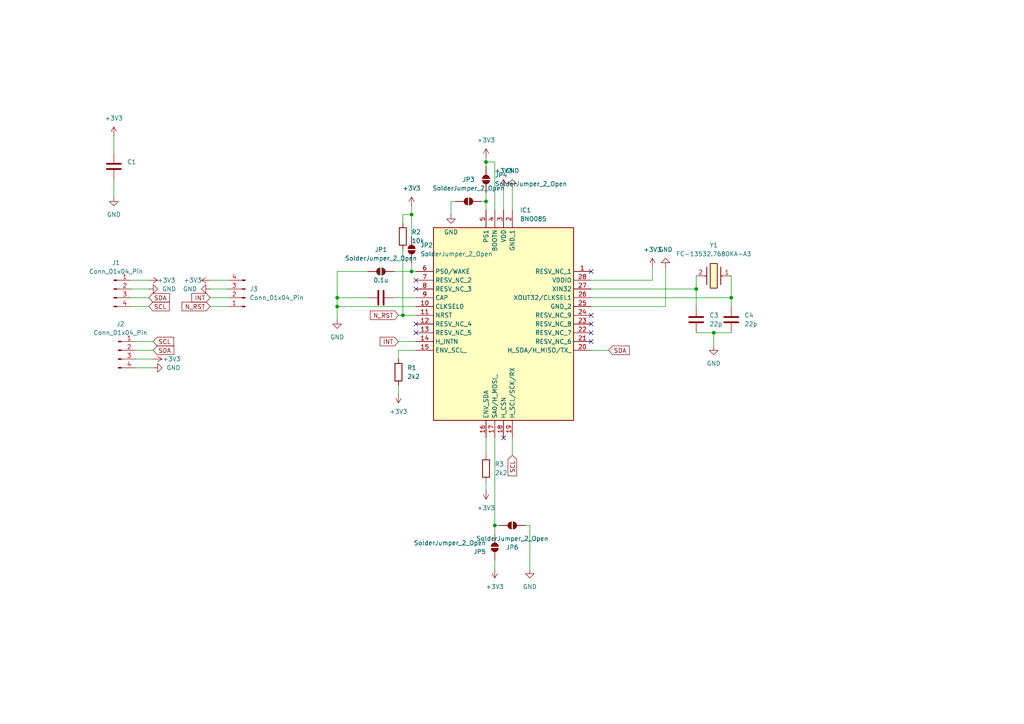
<source format=kicad_sch>
(kicad_sch (version 20231120) (generator "eeschema") (generator_version "8.0")
  (paper "A4")
  (lib_symbols
    (symbol "Connector:Conn_01x04_Pin" (pin_names (offset 1.016) hide)
      (property "Reference" "J" (at 0 5.08 0))
      (property "Value" "Conn_01x04_Pin" (at 0 -7.62 0))
      (symbol "Conn_01x04_Pin_1_1"
        (polyline (pts (xy 1.27 -5.08) (xy 0.8636 -5.08)) (stroke (width 0.1524)))
        (polyline (pts (xy 1.27 -2.54) (xy 0.8636 -2.54)) (stroke (width 0.1524)))
        (polyline (pts (xy 1.27 0) (xy 0.8636 0)) (stroke (width 0.1524)))
        (polyline (pts (xy 1.27 2.54) (xy 0.8636 2.54)) (stroke (width 0.1524)))
        (rectangle (start 0.8636 -4.953) (end 0 -5.207) (stroke (width 0.1524)) (fill (type outline)))
        (rectangle (start 0.8636 -2.413) (end 0 -2.667) (stroke (width 0.1524)) (fill (type outline)))
        (rectangle (start 0.8636 0.127) (end 0 -0.127) (stroke (width 0.1524)) (fill (type outline)))
        (rectangle (start 0.8636 2.667) (end 0 2.413) (stroke (width 0.1524)) (fill (type outline)))
        (pin passive line (at 5.08 2.54 180) (length 3.81) (name "Pin_1") (number "1"))
        (pin passive line (at 5.08 0 180) (length 3.81) (name "Pin_2") (number "2"))
        (pin passive line (at 5.08 -2.54 180) (length 3.81) (name "Pin_3") (number "3"))
        (pin passive line (at 5.08 -5.08 180) (length 3.81) (name "Pin_4") (number "4"))
      )
    )
    (symbol "Device:C" (pin_numbers hide) (pin_names (offset 0.254))
      (property "Reference" "C" (at 0.635 2.54 0))
      (property "Value" "C" (at 0.635 -2.54 0))
      (symbol "C_0_1"
        (polyline (pts (xy -2.032 -0.762) (xy 2.032 -0.762)) (stroke (width 0.508)))
        (polyline (pts (xy -2.032 0.762) (xy 2.032 0.762)) (stroke (width 0.508)))
      )
      (symbol "C_1_1"
        (pin passive line (at 0 3.81 270) (length 2.794) (name "~") (number "1"))
        (pin passive line (at 0 -3.81 90) (length 2.794) (name "~") (number "2"))
      )
    )
    (symbol "Device:R" (pin_numbers hide) (pin_names (offset 0))
      (property "Reference" "R" (at 2.032 0 90))
      (property "Value" "R" (at 0 0 90))
      (symbol "R_0_1"
        (rectangle (start -1.016 -2.54) (end 1.016 2.54) (stroke (width 0.254)))
      )
      (symbol "R_1_1"
        (pin passive line (at 0 3.81 270) (length 1.27) (name "~") (number "1"))
        (pin passive line (at 0 -3.81 90) (length 1.27) (name "~") (number "2"))
      )
    )
    (symbol "Jumper:SolderJumper_2_Open" (pin_numbers hide) (pin_names (offset 0) hide) (exclude_from_sim yes) (in_bom no)
      (property "Reference" "JP" (at 0 2.032 0))
      (property "Value" "SolderJumper_2_Open" (at 0 -2.54 0))
      (symbol "SolderJumper_2_Open_0_1"
        (arc (start -0.254 1.016) (mid -1.2656 0) (end -0.254 -1.016))
        (arc (start -0.254 1.016) (mid -1.2656 0) (end -0.254 -1.016) (fill (type outline)))
        (polyline (pts (xy -0.254 1.016) (xy -0.254 -1.016)))
        (polyline (pts (xy 0.254 1.016) (xy 0.254 -1.016)))
        (arc (start 0.254 -1.016) (mid 1.2656 0) (end 0.254 1.016))
        (arc (start 0.254 -1.016) (mid 1.2656 0) (end 0.254 1.016) (fill (type outline)))
      )
      (symbol "SolderJumper_2_Open_1_1"
        (pin passive line (at -3.81 0 0) (length 2.54) (name "A") (number "1"))
        (pin passive line (at 3.81 0 180) (length 2.54) (name "B") (number "2"))
      )
    )
    (symbol "SamacSys_Parts:BNO085"
      (property "Reference" "IC" (at 46.99 17.78 0))
      (property "Value" "BNO085" (at 46.99 15.24 0))
      (symbol "BNO085_1_1"
        (rectangle (start 5.08 12.7) (end 45.72 -43.18) (stroke (width 0.254)) (fill (type background)))
        (pin passive line (at 50.8 0 180) (length 5.08) (name "RESV_NC_1") (number "1"))
        (pin passive line (at 0 -10.16 0) (length 5.08) (name "CLKSEL0") (number "10"))
        (pin passive line (at 0 -12.7 0) (length 5.08) (name "NRST") (number "11"))
        (pin passive line (at 0 -15.24 0) (length 5.08) (name "RESV_NC_4") (number "12"))
        (pin passive line (at 0 -17.78 0) (length 5.08) (name "RESV_NC_5") (number "13"))
        (pin passive line (at 0 -20.32 0) (length 5.08) (name "H_INTN") (number "14"))
        (pin passive line (at 0 -22.86 0) (length 5.08) (name "ENV_SCL_") (number "15"))
        (pin passive line (at 20.32 -48.26 90) (length 5.08) (name "ENV_SDA") (number "16"))
        (pin passive line (at 22.86 -48.26 90) (length 5.08) (name "SA0/H_MOSI_") (number "17"))
        (pin passive line (at 25.4 -48.26 90) (length 5.08) (name "H_CSN") (number "18"))
        (pin passive line (at 27.94 -48.26 90) (length 5.08) (name "H_SCL/SCK/RX") (number "19"))
        (pin passive line (at 27.94 17.78 270) (length 5.08) (name "GND_1") (number "2"))
        (pin passive line (at 50.8 -22.86 180) (length 5.08) (name "H_SDA/H_MISO/TX_") (number "20"))
        (pin passive line (at 50.8 -20.32 180) (length 5.08) (name "RESV_NC_6") (number "21"))
        (pin passive line (at 50.8 -17.78 180) (length 5.08) (name "RESV_NC_7") (number "22"))
        (pin passive line (at 50.8 -15.24 180) (length 5.08) (name "RESV_NC_8") (number "23"))
        (pin passive line (at 50.8 -12.7 180) (length 5.08) (name "RESV_NC_9") (number "24"))
        (pin passive line (at 50.8 -10.16 180) (length 5.08) (name "GND_2") (number "25"))
        (pin passive line (at 50.8 -7.62 180) (length 5.08) (name "XOUT32/CLKSEL1") (number "26"))
        (pin passive line (at 50.8 -5.08 180) (length 5.08) (name "XIN32") (number "27"))
        (pin passive line (at 50.8 -2.54 180) (length 5.08) (name "VDDIO") (number "28"))
        (pin passive line (at 25.4 17.78 270) (length 5.08) (name "VDD") (number "3"))
        (pin passive line (at 22.86 17.78 270) (length 5.08) (name "BOOTN") (number "4"))
        (pin passive line (at 20.32 17.78 270) (length 5.08) (name "PS1") (number "5"))
        (pin passive line (at 0 0 0) (length 5.08) (name "PS0/WAKE") (number "6"))
        (pin passive line (at 0 -2.54 0) (length 5.08) (name "RESV_NC_2") (number "7"))
        (pin passive line (at 0 -5.08 0) (length 5.08) (name "RESV_NC_3") (number "8"))
        (pin passive line (at 0 -7.62 0) (length 5.08) (name "CAP") (number "9"))
      )
    )
    (symbol "SamacSys_Parts:FC-13532.7680KA-A3" (pin_names hide)
      (property "Reference" "Y1" (at 5.08 8.89 0))
      (property "Value" "FC-13532.7680KA-A3" (at 5.08 6.35 0))
      (symbol "FC-13532.7680KA-A3_1_1"
        (polyline (pts (xy 3.048 0) (xy 2.54 0)) (stroke (width 0.254)))
        (polyline (pts (xy 3.048 2.54) (xy 3.048 -2.54)) (stroke (width 0.254)))
        (polyline (pts (xy 7.112 0) (xy 7.62 0)) (stroke (width 0.254)))
        (polyline (pts (xy 7.112 2.54) (xy 7.112 -2.54)) (stroke (width 0.254)))
        (rectangle (start 4.064 3.556) (end 6.096 -3.556) (stroke (width 0.254)) (fill (type background)))
        (pin passive line (at 10.16 0 180) (length 2.54) (name "") (number "1"))
        (pin passive line (at 0 0 0) (length 2.54) (name "CRYSTAL_2") (number "2"))
      )
    )
    (symbol "power:+3V3" (power) (pin_numbers hide) (pin_names (offset 0) hide)
      (property "Value" "+3V3" (at 0 3.556 0))
      (symbol "+3V3_0_1"
        (polyline (pts (xy -0.762 1.27) (xy 0 2.54)))
        (polyline (pts (xy 0 0) (xy 0 2.54)))
        (polyline (pts (xy 0 2.54) (xy 0.762 1.27)))
      )
      (symbol "+3V3_1_1"
        (pin power_in line (at 0 0 90) (length 0) (name "~") (number "1"))
      )
    )
    (symbol "power:GND" (power) (pin_numbers hide) (pin_names (offset 0) hide)
      (property "Value" "GND" (at 0 -3.81 0))
      (symbol "GND_0_1"
        (polyline (pts (xy 0 0) (xy 0 -1.27) (xy 1.27 -1.27) (xy 0 -2.54) (xy -1.27 -1.27) (xy 0 -1.27)))
      )
      (symbol "GND_1_1"
        (pin power_in line (at 0 0 270) (length 0) (name "~") (number "1"))
      )
    )
  )
  (junction (at 97.79 86.36))
  (junction (at 140.97 58.42))
  (junction (at 97.79 88.9))
  (junction (at 212.09 86.36))
  (junction (at 140.97 46.99))
  (junction (at 116.84 91.44))
  (junction (at 119.38 62.23))
  (junction (at 201.93 83.82))
  (junction (at 143.51 152.4))
  (junction (at 207.01 96.52))
  (junction (at 119.38 78.74))
  (no_connect (at 171.45 91.44))
  (no_connect (at 120.65 83.82))
  (no_connect (at 120.65 81.28))
  (no_connect (at 171.45 96.52))
  (no_connect (at 120.65 93.98))
  (no_connect (at 171.45 78.74))
  (no_connect (at 120.65 96.52))
  (no_connect (at 171.45 99.06))
  (no_connect (at 146.05 127))
  (no_connect (at 171.45 93.98))
  (wire (pts (xy 115.57 99.06) (xy 120.65 99.06)))
  (wire (pts (xy 44.45 106.68) (xy 39.37 106.68)))
  (wire (pts (xy 119.38 76.2) (xy 119.38 78.74)))
  (wire (pts (xy 115.57 91.44) (xy 116.84 91.44)))
  (wire (pts (xy 148.59 54.61) (xy 148.59 60.96)))
  (wire (pts (xy 116.84 62.23) (xy 119.38 62.23)))
  (wire (pts (xy 115.57 114.3) (xy 115.57 111.76)))
  (wire (pts (xy 189.23 81.28) (xy 189.23 77.47)))
  (wire (pts (xy 143.51 46.99) (xy 140.97 46.99)))
  (wire (pts (xy 60.96 88.9) (xy 66.04 88.9)))
  (wire (pts (xy 33.02 52.07) (xy 33.02 57.15)))
  (wire (pts (xy 143.51 154.94) (xy 143.51 152.4)))
  (wire (pts (xy 143.51 127) (xy 143.51 152.4)))
  (wire (pts (xy 207.01 96.52) (xy 212.09 96.52)))
  (wire (pts (xy 140.97 45.72) (xy 140.97 46.99)))
  (wire (pts (xy 171.45 81.28) (xy 189.23 81.28)))
  (wire (pts (xy 193.04 88.9) (xy 193.04 77.47)))
  (wire (pts (xy 201.93 80.01) (xy 201.93 83.82)))
  (wire (pts (xy 140.97 58.42) (xy 140.97 60.96)))
  (wire (pts (xy 171.45 101.6) (xy 176.53 101.6)))
  (wire (pts (xy 60.96 83.82) (xy 66.04 83.82)))
  (wire (pts (xy 97.79 78.74) (xy 97.79 86.36)))
  (wire (pts (xy 212.09 86.36) (xy 212.09 80.01)))
  (wire (pts (xy 201.93 83.82) (xy 171.45 83.82)))
  (wire (pts (xy 153.67 152.4) (xy 153.67 165.1)))
  (wire (pts (xy 115.57 101.6) (xy 120.65 101.6)))
  (wire (pts (xy 144.78 152.4) (xy 143.51 152.4)))
  (wire (pts (xy 38.1 83.82) (xy 43.18 83.82)))
  (wire (pts (xy 114.3 86.36) (xy 120.65 86.36)))
  (wire (pts (xy 43.18 81.28) (xy 38.1 81.28)))
  (wire (pts (xy 39.37 99.06) (xy 44.45 99.06)))
  (wire (pts (xy 171.45 88.9) (xy 193.04 88.9)))
  (wire (pts (xy 140.97 142.24) (xy 140.97 139.7)))
  (wire (pts (xy 140.97 127) (xy 140.97 132.08)))
  (wire (pts (xy 38.1 88.9) (xy 43.18 88.9)))
  (wire (pts (xy 212.09 86.36) (xy 212.09 88.9)))
  (wire (pts (xy 143.51 162.56) (xy 143.51 165.1)))
  (wire (pts (xy 130.81 58.42) (xy 130.81 62.23)))
  (wire (pts (xy 171.45 86.36) (xy 212.09 86.36)))
  (wire (pts (xy 140.97 46.99) (xy 140.97 48.26)))
  (wire (pts (xy 115.57 104.14) (xy 115.57 101.6)))
  (wire (pts (xy 201.93 83.82) (xy 201.93 88.9)))
  (wire (pts (xy 116.84 64.77) (xy 116.84 62.23)))
  (wire (pts (xy 106.68 78.74) (xy 97.79 78.74)))
  (wire (pts (xy 38.1 86.36) (xy 43.18 86.36)))
  (wire (pts (xy 97.79 88.9) (xy 97.79 92.71)))
  (wire (pts (xy 143.51 60.96) (xy 143.51 46.99)))
  (wire (pts (xy 60.96 86.36) (xy 66.04 86.36)))
  (wire (pts (xy 97.79 88.9) (xy 120.65 88.9)))
  (wire (pts (xy 66.04 81.28) (xy 60.96 81.28)))
  (wire (pts (xy 146.05 54.61) (xy 146.05 60.96)))
  (wire (pts (xy 116.84 72.39) (xy 116.84 91.44)))
  (wire (pts (xy 130.81 58.42) (xy 132.08 58.42)))
  (wire (pts (xy 33.02 39.37) (xy 33.02 44.45)))
  (wire (pts (xy 39.37 104.14) (xy 44.45 104.14)))
  (wire (pts (xy 207.01 96.52) (xy 207.01 100.33)))
  (wire (pts (xy 119.38 62.23) (xy 119.38 68.58)))
  (wire (pts (xy 39.37 101.6) (xy 44.45 101.6)))
  (wire (pts (xy 140.97 55.88) (xy 140.97 58.42)))
  (wire (pts (xy 97.79 86.36) (xy 97.79 88.9)))
  (wire (pts (xy 153.67 152.4) (xy 152.4 152.4)))
  (wire (pts (xy 119.38 78.74) (xy 120.65 78.74)))
  (wire (pts (xy 114.3 78.74) (xy 119.38 78.74)))
  (wire (pts (xy 148.59 127) (xy 148.59 132.08)))
  (wire (pts (xy 201.93 96.52) (xy 207.01 96.52)))
  (wire (pts (xy 106.68 86.36) (xy 97.79 86.36)))
  (wire (pts (xy 139.7 58.42) (xy 140.97 58.42)))
  (wire (pts (xy 119.38 59.69) (xy 119.38 62.23)))
  (wire (pts (xy 116.84 91.44) (xy 120.65 91.44)))
  (global_label "INT" (shape input) (at 115.57 99.06 180) (property "Intersheetrefs" "${INTERSHEET_REFS}" (effects (hide yes))))
  (global_label "INT" (shape input) (at 60.96 86.36 180) (property "Intersheetrefs" "${INTERSHEET_REFS}" (effects (hide yes))))
  (global_label "SCL" (shape input) (at 43.18 88.9 0) (property "Intersheetrefs" "${INTERSHEET_REFS}" (effects (hide yes))))
  (global_label "SDA" (shape input) (at 44.45 101.6 0) (property "Intersheetrefs" "${INTERSHEET_REFS}" (effects (hide yes))))
  (global_label "SDA" (shape input) (at 43.18 86.36 0) (property "Intersheetrefs" "${INTERSHEET_REFS}" (effects (hide yes))))
  (global_label "SDA" (shape input) (at 176.53 101.6 0) (property "Intersheetrefs" "${INTERSHEET_REFS}" (effects (hide yes))))
  (global_label "SCL" (shape input) (at 44.45 99.06 0) (property "Intersheetrefs" "${INTERSHEET_REFS}" (effects (hide yes))))
  (global_label "N_RST" (shape input) (at 60.96 88.9 180) (property "Intersheetrefs" "${INTERSHEET_REFS}" (effects (hide yes))))
  (global_label "SCL" (shape input) (at 148.59 132.08 270) (property "Intersheetrefs" "${INTERSHEET_REFS}" (effects (hide yes))))
  (global_label "N_RST" (shape input) (at 115.57 91.44 180) (property "Intersheetrefs" "${INTERSHEET_REFS}" (effects (hide yes))))
  (symbol (lib_id "power:+3V3") (at 140.97 142.24 0) (mirror x) (unit 1)
    (property "Reference" "#PWR014" (effects (hide yes)))
    (property "Value" "+3V3" (at 140.97 147.32 0))
    (property "Description" "Power symbol creates a global label with name \"+3V3\"" (effects (hide yes)))
  )
  (symbol (lib_id "power:GND") (at 130.81 62.23 0) (unit 1)
    (property "Reference" "#PWR012" (effects (hide yes)))
    (property "Value" "GND" (at 130.81 67.31 0))
    (property "Description" "Power symbol creates a global label with name \"GND\" , ground" (effects (hide yes)))
  )
  (symbol (lib_id "SamacSys_Parts:FC-13532.7680KA-A3") (at 201.93 80.01 0) (unit 1)
    (property "Reference" "Y1" (at 207.01 71.12 0))
    (property "Value" "FC-13532.7680KA-A3" (at 207.01 73.66 0))
    (property "Footprint" "FC135327680KAA3" (effects (hide yes)))
    (property "Datasheet" "https://support.epson.biz/td/api/doc_check.php?dl=brief_FC-135R&lang=en" (effects (hide yes)))
    (property "Description" "32.768 kHz +/-20ppm Crystal 12.5pF 70 kOhms 2-SMD, No Lead" (effects (hide yes)))
    (property "Height" "0.9" (effects (hide yes)))
    (property "Manufacturer_Name" "Epson Timing" (effects (hide yes)))
    (property "Manufacturer_Part_Number" "FC-13532.7680KA-A3" (effects (hide yes)))
  )
  (symbol (lib_id "power:+3V3") (at 33.02 39.37 0) (unit 1)
    (property "Reference" "#PWR01" (effects (hide yes)))
    (property "Value" "+3V3" (at 33.02 34.29 0))
    (property "Description" "Power symbol creates a global label with name \"+3V3\"" (effects (hide yes)))
  )
  (symbol (lib_id "Connector:Conn_01x04_Pin") (at 71.12 86.36 180) (unit 1)
    (property "Reference" "J3" (at 72.39 83.8199 0) (effects (justify right)))
    (property "Value" "Conn_01x04_Pin" (at 72.39 86.3599 0) (effects (justify right)))
    (property "Footprint" "Connector_PinHeader_2.54mm:PinHeader_1x04_P2.54mm_Vertical" (effects (hide yes)))
    (property "Description" "Generic connector, single row, 01x04, script generated" (effects (hide yes)))
  )
  (symbol (lib_id "Device:C") (at 201.93 92.71 0) (unit 1)
    (property "Reference" "C3" (at 205.74 91.4399 0) (effects (justify left)))
    (property "Value" "22p" (at 205.74 93.9799 0) (effects (justify left)))
    (property "Footprint" "Capacitor_SMD:C_0603_1608Metric" (effects (hide yes)))
    (property "Description" "Unpolarized capacitor" (effects (hide yes)))
  )
  (symbol (lib_id "Device:R") (at 115.57 107.95 0) (unit 1)
    (property "Reference" "R1" (at 118.11 106.6799 0) (effects (justify left)))
    (property "Value" "2k2" (at 118.11 109.2199 0) (effects (justify left)))
    (property "Footprint" "Resistor_SMD:R_0603_1608Metric" (effects (hide yes)))
    (property "Description" "Resistor" (effects (hide yes)))
  )
  (symbol (lib_id "Jumper:SolderJumper_2_Open") (at 140.97 52.07 90) (unit 1) (exclude_from_sim yes) (in_bom no)
    (property "Reference" "JP4" (at 143.51 50.7999 90) (effects (justify right)))
    (property "Value" "SolderJumper_2_Open" (at 143.51 53.3399 90) (effects (justify right)))
    (property "Footprint" "Resistor_SMD:R_0201_0603Metric" (effects (hide yes)))
    (property "Description" "Solder Jumper, 2-pole, open" (effects (hide yes)))
  )
  (symbol (lib_id "power:+3V3") (at 115.57 114.3 0) (mirror x) (unit 1)
    (property "Reference" "#PWR010" (effects (hide yes)))
    (property "Value" "+3V3" (at 115.57 119.38 0))
    (property "Description" "Power symbol creates a global label with name \"+3V3\"" (effects (hide yes)))
  )
  (symbol (lib_id "power:GND") (at 60.96 83.82 270) (unit 1)
    (property "Reference" "#PWR08" (effects (hide yes)))
    (property "Value" "GND" (at 57.15 83.8199 90) (effects (justify right)))
    (property "Description" "Power symbol creates a global label with name \"GND\" , ground" (effects (hide yes)))
  )
  (symbol (lib_id "power:+3V3") (at 119.38 59.69 0) (mirror y) (unit 1)
    (property "Reference" "#PWR011" (effects (hide yes)))
    (property "Value" "+3V3" (at 119.38 54.61 0))
    (property "Description" "Power symbol creates a global label with name \"+3V3\"" (effects (hide yes)))
  )
  (symbol (lib_id "power:+3V3") (at 143.51 165.1 0) (mirror x) (unit 1)
    (property "Reference" "#PWR015" (effects (hide yes)))
    (property "Value" "+3V3" (at 143.51 170.18 0))
    (property "Description" "Power symbol creates a global label with name \"+3V3\"" (effects (hide yes)))
  )
  (symbol (lib_id "power:GND") (at 44.45 106.68 90) (unit 1)
    (property "Reference" "#PWR05" (effects (hide yes)))
    (property "Value" "GND" (at 48.26 106.6799 90) (effects (justify right)))
    (property "Description" "Power symbol creates a global label with name \"GND\" , ground" (effects (hide yes)))
  )
  (symbol (lib_id "power:GND") (at 148.59 54.61 180) (unit 1)
    (property "Reference" "#PWR017" (effects (hide yes)))
    (property "Value" "GND" (at 148.59 49.53 0))
    (property "Description" "Power symbol creates a global label with name \"GND\" , ground" (effects (hide yes)))
  )
  (symbol (lib_id "Device:R") (at 140.97 135.89 0) (unit 1)
    (property "Reference" "R3" (at 143.51 134.6199 0) (effects (justify left)))
    (property "Value" "2k2" (at 143.51 137.1599 0) (effects (justify left)))
    (property "Footprint" "Resistor_SMD:R_0603_1608Metric" (effects (hide yes)))
    (property "Description" "Resistor" (effects (hide yes)))
  )
  (symbol (lib_id "Jumper:SolderJumper_2_Open") (at 148.59 152.4 180) (unit 1) (exclude_from_sim yes) (in_bom no)
    (property "Reference" "JP6" (at 148.59 158.75 0))
    (property "Value" "SolderJumper_2_Open" (at 148.59 156.21 0))
    (property "Footprint" "Resistor_SMD:R_0201_0603Metric" (effects (hide yes)))
    (property "Description" "Solder Jumper, 2-pole, open" (effects (hide yes)))
  )
  (symbol (lib_id "SamacSys_Parts:BNO085") (at 120.65 78.74 0) (unit 1)
    (property "Reference" "IC1" (at 150.7841 60.96 0) (effects (justify left)))
    (property "Value" "BNO085" (at 150.7841 63.5 0) (effects (justify left)))
    (property "Footprint" "BNO085" (effects (hide yes)))
    (property "Datasheet" "https://www.ceva-dsp.com/wp-content/uploads/2019/10/BNO080_085-Datasheet.pdf" (effects (hide yes)))
    (property "Description" "Board Mount Motion & Position Sensors 9-axis IMU" (effects (hide yes)))
    (property "Height" "1.18" (effects (hide yes)))
    (property "Manufacturer_Name" "CEVA" (effects (hide yes)))
    (property "Manufacturer_Part_Number" "BNO085" (effects (hide yes)))
    (property "Mouser Part Number" "526-BNO085" (effects (hide yes)))
    (property "Mouser Price/Stock" "https://www.mouser.co.uk/ProductDetail/CEVA/BNO085?qs=ulEaXIWI0c9BFVeZDQCmmQ%3D%3D" (effects (hide yes)))
  )
  (symbol (lib_id "power:+3V3") (at 140.97 45.72 0) (mirror y) (unit 1)
    (property "Reference" "#PWR013" (effects (hide yes)))
    (property "Value" "+3V3" (at 140.97 40.64 0))
    (property "Description" "Power symbol creates a global label with name \"+3V3\"" (effects (hide yes)))
  )
  (symbol (lib_id "Jumper:SolderJumper_2_Open") (at 119.38 72.39 90) (unit 1) (exclude_from_sim yes) (in_bom no)
    (property "Reference" "JP2" (at 121.92 71.1199 90) (effects (justify right)))
    (property "Value" "SolderJumper_2_Open" (at 121.92 73.6599 90) (effects (justify right)))
    (property "Footprint" "Resistor_SMD:R_0201_0603Metric" (effects (hide yes)))
    (property "Description" "Solder Jumper, 2-pole, open" (effects (hide yes)))
  )
  (symbol (lib_id "power:+3V3") (at 146.05 54.61 0) (unit 1)
    (property "Reference" "#PWR016" (effects (hide yes)))
    (property "Value" "+3V3" (at 146.05 49.53 0))
    (property "Description" "Power symbol creates a global label with name \"+3V3\"" (effects (hide yes)))
  )
  (symbol (lib_id "power:GND") (at 153.67 165.1 0) (unit 1)
    (property "Reference" "#PWR018" (effects (hide yes)))
    (property "Value" "GND" (at 153.67 170.18 0))
    (property "Description" "Power symbol creates a global label with name \"GND\" , ground" (effects (hide yes)))
  )
  (symbol (lib_id "Connector:Conn_01x04_Pin") (at 33.02 83.82 0) (unit 1)
    (property "Reference" "J1" (at 33.655 76.2 0))
    (property "Value" "Conn_01x04_Pin" (at 33.655 78.74 0))
    (property "Footprint" "Connector_PinHeader_2.54mm:PinHeader_1x04_P2.54mm_Vertical" (effects (hide yes)))
    (property "Description" "Generic connector, single row, 01x04, script generated" (effects (hide yes)))
  )
  (symbol (lib_id "power:GND") (at 207.01 100.33 0) (unit 1)
    (property "Reference" "#PWR021" (effects (hide yes)))
    (property "Value" "GND" (at 207.01 105.41 0))
    (property "Description" "Power symbol creates a global label with name \"GND\" , ground" (effects (hide yes)))
  )
  (symbol (lib_id "Connector:Conn_01x04_Pin") (at 34.29 101.6 0) (unit 1)
    (property "Reference" "J2" (at 34.925 93.98 0))
    (property "Value" "Conn_01x04_Pin" (at 34.925 96.52 0))
    (property "Footprint" "Connector_JST:JST_SH_BM04B-SRSS-TB_1x04-1MP_P1.00mm_Vertical" (effects (hide yes)))
    (property "Description" "Generic connector, single row, 01x04, script generated" (effects (hide yes)))
  )
  (symbol (lib_id "power:+3V3") (at 44.45 104.14 270) (mirror x) (unit 1)
    (property "Reference" "#PWR06" (effects (hide yes)))
    (property "Value" "+3V3" (at 49.784 104.14 90))
    (property "Description" "Power symbol creates a global label with name \"+3V3\"" (effects (hide yes)))
  )
  (symbol (lib_id "Device:C") (at 212.09 92.71 0) (unit 1)
    (property "Reference" "C4" (at 215.9 91.4399 0) (effects (justify left)))
    (property "Value" "22p" (at 215.9 93.9799 0) (effects (justify left)))
    (property "Footprint" "Capacitor_SMD:C_0603_1608Metric" (effects (hide yes)))
    (property "Description" "Unpolarized capacitor" (effects (hide yes)))
  )
  (symbol (lib_id "Device:C") (at 110.49 86.36 90) (unit 1)
    (property "Reference" "C2" (at 110.49 78.74 90))
    (property "Value" "0.1u" (at 110.49 81.28 90))
    (property "Footprint" "Capacitor_SMD:C_0603_1608Metric" (effects (hide yes)))
    (property "Description" "Unpolarized capacitor" (effects (hide yes)))
  )
  (symbol (lib_id "power:+3V3") (at 43.18 81.28 270) (mirror x) (unit 1)
    (property "Reference" "#PWR03" (effects (hide yes)))
    (property "Value" "+3V3" (at 48.26 81.28 90))
    (property "Description" "Power symbol creates a global label with name \"+3V3\"" (effects (hide yes)))
  )
  (symbol (lib_id "power:+3V3") (at 189.23 77.47 0) (unit 1)
    (property "Reference" "#PWR019" (effects (hide yes)))
    (property "Value" "+3V3" (at 189.23 72.39 0))
    (property "Description" "Power symbol creates a global label with name \"+3V3\"" (effects (hide yes)))
  )
  (symbol (lib_id "power:GND") (at 33.02 57.15 0) (unit 1)
    (property "Reference" "#PWR02" (effects (hide yes)))
    (property "Value" "GND" (at 33.02 62.23 0))
    (property "Description" "Power symbol creates a global label with name \"GND\" , ground" (effects (hide yes)))
  )
  (symbol (lib_id "power:GND") (at 193.04 77.47 180) (unit 1)
    (property "Reference" "#PWR020" (effects (hide yes)))
    (property "Value" "GND" (at 193.04 72.39 0))
    (property "Description" "Power symbol creates a global label with name \"GND\" , ground" (effects (hide yes)))
  )
  (symbol (lib_id "Jumper:SolderJumper_2_Open") (at 110.49 78.74 0) (unit 1) (exclude_from_sim yes) (in_bom no)
    (property "Reference" "JP1" (at 110.49 72.39 0))
    (property "Value" "SolderJumper_2_Open" (at 110.49 74.93 0))
    (property "Footprint" "Resistor_SMD:R_0201_0603Metric" (effects (hide yes)))
    (property "Description" "Solder Jumper, 2-pole, open" (effects (hide yes)))
  )
  (symbol (lib_id "Jumper:SolderJumper_2_Open") (at 135.89 58.42 0) (unit 1) (exclude_from_sim yes) (in_bom no)
    (property "Reference" "JP3" (at 135.89 52.07 0))
    (property "Value" "SolderJumper_2_Open" (at 135.89 54.61 0))
    (property "Footprint" "Resistor_SMD:R_0201_0603Metric" (effects (hide yes)))
    (property "Description" "Solder Jumper, 2-pole, open" (effects (hide yes)))
  )
  (symbol (lib_id "Device:R") (at 116.84 68.58 0) (unit 1)
    (property "Reference" "R2" (at 119.38 67.3099 0) (effects (justify left)))
    (property "Value" "10k" (at 119.38 69.8499 0) (effects (justify left)))
    (property "Footprint" "Resistor_SMD:R_0603_1608Metric" (effects (hide yes)))
    (property "Description" "Resistor" (effects (hide yes)))
  )
  (symbol (lib_id "Device:C") (at 33.02 48.26 0) (unit 1)
    (property "Reference" "C1" (at 36.83 46.9899 0) (effects (justify left)))
    (property "Value" "0.1u" (effects (hide yes)))
    (property "Footprint" "Capacitor_SMD:C_0603_1608Metric" (effects (hide yes)))
    (property "Description" "Unpolarized capacitor" (effects (hide yes)))
  )
  (symbol (lib_id "power:GND") (at 43.18 83.82 90) (unit 1)
    (property "Reference" "#PWR04" (effects (hide yes)))
    (property "Value" "GND" (at 46.99 83.8199 90) (effects (justify right)))
    (property "Description" "Power symbol creates a global label with name \"GND\" , ground" (effects (hide yes)))
  )
  (symbol (lib_id "power:+3V3") (at 60.96 81.28 90) (mirror x) (unit 1)
    (property "Reference" "#PWR07" (effects (hide yes)))
    (property "Value" "+3V3" (at 55.88 81.28 90))
    (property "Description" "Power symbol creates a global label with name \"+3V3\"" (effects (hide yes)))
  )
  (symbol (lib_id "Jumper:SolderJumper_2_Open") (at 143.51 158.75 270) (unit 1) (exclude_from_sim yes) (in_bom no)
    (property "Reference" "JP5" (at 140.97 160.0201 90) (effects (justify right)))
    (property "Value" "SolderJumper_2_Open" (at 140.97 157.4801 90) (effects (justify right)))
    (property "Footprint" "Resistor_SMD:R_0201_0603Metric" (effects (hide yes)))
    (property "Description" "Solder Jumper, 2-pole, open" (effects (hide yes)))
  )
  (symbol (lib_id "power:GND") (at 97.79 92.71 0) (unit 1)
    (property "Reference" "#PWR09" (effects (hide yes)))
    (property "Value" "GND" (at 97.79 97.79 0))
    (property "Description" "Power symbol creates a global label with name \"GND\" , ground" (effects (hide yes)))
  )
)
</source>
